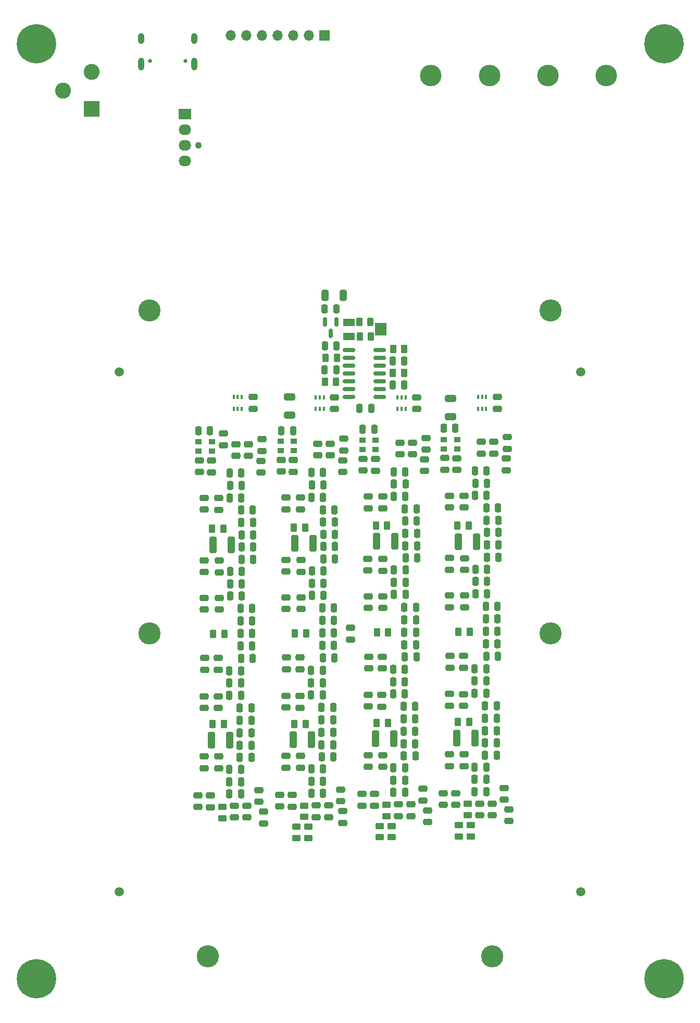
<source format=gbs>
G04 #@! TF.GenerationSoftware,KiCad,Pcbnew,8.0.1-8.0.1-1~ubuntu22.04.1*
G04 #@! TF.CreationDate,2024-04-20T17:14:23+02:00*
G04 #@! TF.ProjectId,0xaxe,30786178-652e-46b6-9963-61645f706362,302*
G04 #@! TF.SameCoordinates,Original*
G04 #@! TF.FileFunction,Soldermask,Bot*
G04 #@! TF.FilePolarity,Negative*
%FSLAX46Y46*%
G04 Gerber Fmt 4.6, Leading zero omitted, Abs format (unit mm)*
G04 Created by KiCad (PCBNEW 8.0.1-8.0.1-1~ubuntu22.04.1) date 2024-04-20 17:14:23*
%MOMM*%
%LPD*%
G01*
G04 APERTURE LIST*
G04 Aperture macros list*
%AMRoundRect*
0 Rectangle with rounded corners*
0 $1 Rounding radius*
0 $2 $3 $4 $5 $6 $7 $8 $9 X,Y pos of 4 corners*
0 Add a 4 corners polygon primitive as box body*
4,1,4,$2,$3,$4,$5,$6,$7,$8,$9,$2,$3,0*
0 Add four circle primitives for the rounded corners*
1,1,$1+$1,$2,$3*
1,1,$1+$1,$4,$5*
1,1,$1+$1,$6,$7*
1,1,$1+$1,$8,$9*
0 Add four rect primitives between the rounded corners*
20,1,$1+$1,$2,$3,$4,$5,0*
20,1,$1+$1,$4,$5,$6,$7,0*
20,1,$1+$1,$6,$7,$8,$9,0*
20,1,$1+$1,$8,$9,$2,$3,0*%
G04 Aperture macros list end*
%ADD10C,1.500000*%
%ADD11C,3.500000*%
%ADD12C,0.800000*%
%ADD13C,6.400000*%
%ADD14C,3.600000*%
%ADD15C,1.100000*%
%ADD16R,2.030000X1.730000*%
%ADD17O,2.030000X1.730000*%
%ADD18C,0.650000*%
%ADD19O,1.000000X2.100000*%
%ADD20O,1.000000X1.800000*%
%ADD21R,1.700000X1.700000*%
%ADD22O,1.700000X1.700000*%
%ADD23R,2.600000X2.600000*%
%ADD24C,2.600000*%
%ADD25RoundRect,0.250000X0.475000X-0.250000X0.475000X0.250000X-0.475000X0.250000X-0.475000X-0.250000X0*%
%ADD26RoundRect,0.250000X0.250000X0.475000X-0.250000X0.475000X-0.250000X-0.475000X0.250000X-0.475000X0*%
%ADD27RoundRect,0.250000X-0.475000X0.250000X-0.475000X-0.250000X0.475000X-0.250000X0.475000X0.250000X0*%
%ADD28RoundRect,0.250000X-0.250000X-0.475000X0.250000X-0.475000X0.250000X0.475000X-0.250000X0.475000X0*%
%ADD29RoundRect,0.250000X0.325000X1.100000X-0.325000X1.100000X-0.325000X-1.100000X0.325000X-1.100000X0*%
%ADD30RoundRect,0.250000X-0.262500X-0.450000X0.262500X-0.450000X0.262500X0.450000X-0.262500X0.450000X0*%
%ADD31RoundRect,0.150000X-0.150000X0.587500X-0.150000X-0.587500X0.150000X-0.587500X0.150000X0.587500X0*%
%ADD32RoundRect,0.250000X0.262500X0.450000X-0.262500X0.450000X-0.262500X-0.450000X0.262500X-0.450000X0*%
%ADD33R,1.000000X0.900000*%
%ADD34RoundRect,0.250000X0.650000X-0.325000X0.650000X0.325000X-0.650000X0.325000X-0.650000X-0.325000X0*%
%ADD35RoundRect,0.250000X-0.450000X0.262500X-0.450000X-0.262500X0.450000X-0.262500X0.450000X0.262500X0*%
%ADD36R,1.900000X1.300000*%
%ADD37R,1.900000X2.000000*%
%ADD38R,0.400000X0.650000*%
%ADD39RoundRect,0.250000X0.325000X0.650000X-0.325000X0.650000X-0.325000X-0.650000X0.325000X-0.650000X0*%
%ADD40RoundRect,0.150000X-0.825000X-0.150000X0.825000X-0.150000X0.825000X0.150000X-0.825000X0.150000X0*%
G04 APERTURE END LIST*
D10*
X56500000Y-164000000D03*
D11*
X135642500Y-31361000D03*
X126142500Y-31361000D03*
X116642500Y-31361000D03*
X107142500Y-31361000D03*
D12*
X40600000Y-178200000D03*
X41302944Y-176502944D03*
X41302944Y-179897056D03*
X43000000Y-175800000D03*
D13*
X43000000Y-178200000D03*
D12*
X43000000Y-180600000D03*
X44697056Y-176502944D03*
X44697056Y-179897056D03*
X45400000Y-178200000D03*
D14*
X61391800Y-121994400D03*
D15*
X69310000Y-42680000D03*
D16*
X67150000Y-37600000D03*
D17*
X67150000Y-40140000D03*
X67150000Y-42680000D03*
X67150000Y-45220000D03*
D12*
X142600000Y-178200000D03*
X143302944Y-176502944D03*
X143302944Y-179897056D03*
X145000000Y-175800000D03*
D13*
X145000000Y-178200000D03*
D12*
X145000000Y-180600000D03*
X146697056Y-176502944D03*
X146697056Y-179897056D03*
X147400000Y-178200000D03*
D14*
X126600000Y-69500000D03*
X117100000Y-174500000D03*
X70900000Y-174500000D03*
X61400000Y-69500000D03*
D12*
X40600000Y-26200000D03*
X41302944Y-24502944D03*
X41302944Y-27897056D03*
X43000000Y-23800000D03*
D13*
X43000000Y-26200000D03*
D12*
X43000000Y-28600000D03*
X44697056Y-24502944D03*
X44697056Y-27897056D03*
X45400000Y-26200000D03*
D10*
X56500000Y-79500000D03*
D12*
X142600000Y-26200000D03*
X143302944Y-24502944D03*
X143302944Y-27897056D03*
X145000000Y-23800000D03*
D13*
X145000000Y-26200000D03*
D12*
X145000000Y-28600000D03*
X146697056Y-24502944D03*
X146697056Y-27897056D03*
X147400000Y-26200000D03*
D14*
X126591800Y-121994400D03*
D10*
X131500000Y-164000000D03*
D18*
X67240000Y-29022000D03*
X61460000Y-29022000D03*
D19*
X68670000Y-29522000D03*
D20*
X68670000Y-25342000D03*
D19*
X60030000Y-29522000D03*
D20*
X60030000Y-25342000D03*
D21*
X89875000Y-24800000D03*
D22*
X87335000Y-24800000D03*
X84795000Y-24800000D03*
X82255000Y-24800000D03*
X79715000Y-24800000D03*
X77175000Y-24800000D03*
X74635000Y-24800000D03*
D23*
X52000000Y-36797000D03*
D24*
X52000000Y-30797000D03*
X47300000Y-33797000D03*
D10*
X131500000Y-79500000D03*
D25*
X99284200Y-143711500D03*
X99284200Y-141811500D03*
D26*
X89674000Y-111873900D03*
X87774000Y-111873900D03*
X78157000Y-126075900D03*
X76257000Y-126075900D03*
D27*
X75202000Y-150057900D03*
X75202000Y-151957900D03*
D28*
X76357000Y-106003900D03*
X78257000Y-106003900D03*
D26*
X78091000Y-117996900D03*
X76191000Y-117996900D03*
X116160000Y-143763300D03*
X114260000Y-143763300D03*
X78207000Y-104003900D03*
X76307000Y-104003900D03*
D29*
X87749000Y-139319900D03*
X84799000Y-139319900D03*
D27*
X104824000Y-83653900D03*
X104824000Y-85553900D03*
D26*
X77942000Y-136157900D03*
X76042000Y-136157900D03*
X76275000Y-130100000D03*
X74375000Y-130100000D03*
D25*
X72594400Y-127938500D03*
X72594400Y-126038500D03*
X85894400Y-127863500D03*
X85894400Y-125963500D03*
D26*
X77974000Y-142158900D03*
X76074000Y-142158900D03*
X89674000Y-115873900D03*
X87774000Y-115873900D03*
X104603000Y-139967500D03*
X102703000Y-139967500D03*
D27*
X96947400Y-141811500D03*
X96947400Y-143711500D03*
X110186400Y-141682500D03*
X110186400Y-143582500D03*
D26*
X77964000Y-138189900D03*
X76064000Y-138189900D03*
D25*
X95931400Y-150025900D03*
X95931400Y-148125900D03*
D26*
X89624000Y-95903900D03*
X87724000Y-95903900D03*
X91274000Y-142083900D03*
X89374000Y-142083900D03*
D27*
X72645200Y-100028900D03*
X72645200Y-101928900D03*
X72696000Y-116234100D03*
X72696000Y-118134100D03*
X85945200Y-99953900D03*
X85945200Y-101853900D03*
X70257600Y-110138100D03*
X70257600Y-112038100D03*
D26*
X116252000Y-97620900D03*
X114352000Y-97620900D03*
D30*
X90016500Y-77240900D03*
X91841500Y-77240900D03*
D27*
X79674000Y-90478900D03*
X79674000Y-92378900D03*
D26*
X102963000Y-95749900D03*
X101063000Y-95749900D03*
D28*
X100924500Y-81650000D03*
X102824500Y-81650000D03*
D31*
X89905000Y-71381000D03*
X91805000Y-71381000D03*
X90855000Y-73256000D03*
D27*
X99182600Y-132042700D03*
X99182600Y-133942700D03*
X69495600Y-93882100D03*
X69495600Y-95782100D03*
D26*
X118135000Y-107645900D03*
X116235000Y-107645900D03*
D32*
X100025500Y-104465900D03*
X98200500Y-104465900D03*
D27*
X105841000Y-147278900D03*
X105841000Y-149178900D03*
X82795600Y-93807100D03*
X82795600Y-95707100D03*
X75474000Y-91253900D03*
X75474000Y-93153900D03*
D29*
X74449000Y-139394900D03*
X71499000Y-139394900D03*
D27*
X115080000Y-149699900D03*
X115080000Y-151599900D03*
D26*
X117842000Y-133767900D03*
X115942000Y-133767900D03*
D27*
X77474000Y-91253900D03*
X77474000Y-93153900D03*
X101841000Y-149828900D03*
X101841000Y-151728900D03*
D25*
X85996000Y-112013900D03*
X85996000Y-110113900D03*
D28*
X109224000Y-88653900D03*
X111124000Y-88653900D03*
X89657000Y-105928900D03*
X91557000Y-105928900D03*
D29*
X114327000Y-139036900D03*
X111377000Y-139036900D03*
D26*
X91264000Y-140121500D03*
X89364000Y-140121500D03*
D28*
X82824000Y-89053900D03*
X84724000Y-89053900D03*
D26*
X91457000Y-126000900D03*
X89557000Y-126000900D03*
D27*
X119080000Y-147149900D03*
X119080000Y-149049900D03*
D26*
X91507000Y-103928900D03*
X89607000Y-103928900D03*
X76374000Y-115948900D03*
X74474000Y-115948900D03*
D33*
X69385800Y-90856700D03*
X71535800Y-90856700D03*
X71535800Y-92406700D03*
X69385800Y-92406700D03*
D26*
X76324000Y-99978900D03*
X74424000Y-99978900D03*
D28*
X102996000Y-105774900D03*
X104896000Y-105774900D03*
D26*
X91391000Y-121985900D03*
X89491000Y-121985900D03*
X76374000Y-113948900D03*
X74474000Y-113948900D03*
D27*
X112421600Y-131913700D03*
X112421600Y-133813700D03*
X115352000Y-90895900D03*
X115352000Y-92795900D03*
X92823000Y-150932900D03*
X92823000Y-152832900D03*
D26*
X104730000Y-121831900D03*
X102830000Y-121831900D03*
D25*
X110186400Y-101555700D03*
X110186400Y-99655700D03*
D34*
X110349000Y-86824000D03*
X110349000Y-83874000D03*
D32*
X86786500Y-136719900D03*
X84961500Y-136719900D03*
D26*
X102900000Y-129875000D03*
X101000000Y-129875000D03*
D25*
X83608400Y-101838700D03*
X83608400Y-99938700D03*
D27*
X119552000Y-90120900D03*
X119552000Y-92020900D03*
X97941000Y-148146300D03*
X97941000Y-150046300D03*
D26*
X116150000Y-131749900D03*
X114250000Y-131749900D03*
X116202000Y-99620900D03*
X114302000Y-99620900D03*
D25*
X71474000Y-95832900D03*
X71474000Y-93932900D03*
X84774000Y-95757900D03*
X84774000Y-93857900D03*
D32*
X86686500Y-104819900D03*
X84861500Y-104819900D03*
X113435700Y-121753700D03*
X111610700Y-121753700D03*
D27*
X104113000Y-91024900D03*
X104113000Y-92924900D03*
D33*
X82685800Y-90781700D03*
X84835800Y-90781700D03*
X84835800Y-92331700D03*
X82685800Y-92331700D03*
D25*
X110186400Y-133778100D03*
X110186400Y-131878100D03*
D26*
X76275000Y-128107900D03*
X74375000Y-128107900D03*
D25*
X69292400Y-150254900D03*
X69292400Y-148354900D03*
D28*
X89850000Y-69300000D03*
X91750000Y-69300000D03*
D26*
X76374000Y-97978900D03*
X74474000Y-97978900D03*
D25*
X85945200Y-143865500D03*
X85945200Y-141965500D03*
D26*
X116202000Y-95620900D03*
X114302000Y-95620900D03*
D35*
X73237000Y-150251400D03*
X73237000Y-152076400D03*
D27*
X119352000Y-93620900D03*
X119352000Y-95520900D03*
D26*
X103013000Y-111719900D03*
X101113000Y-111719900D03*
D35*
X100747000Y-153324400D03*
X100747000Y-155149400D03*
D25*
X109155200Y-149896900D03*
X109155200Y-147996900D03*
D32*
X113264500Y-104536900D03*
X111439500Y-104536900D03*
D26*
X91567000Y-109913900D03*
X89667000Y-109913900D03*
X103013000Y-115719900D03*
X101113000Y-115719900D03*
D27*
X85996000Y-116159100D03*
X85996000Y-118059100D03*
X112574000Y-115876100D03*
X112574000Y-117776100D03*
D26*
X118145000Y-109630900D03*
X116245000Y-109630900D03*
D32*
X100125500Y-136565900D03*
X98300500Y-136565900D03*
D26*
X89674000Y-113873900D03*
X87774000Y-113873900D03*
D25*
X112472400Y-127580500D03*
X112472400Y-125680500D03*
X111352000Y-95474900D03*
X111352000Y-93574900D03*
D32*
X73557700Y-122111700D03*
X71732700Y-122111700D03*
D27*
X117090000Y-149699900D03*
X117090000Y-151599900D03*
D25*
X96947400Y-133907100D03*
X96947400Y-132007100D03*
D27*
X109373600Y-93524100D03*
X109373600Y-95424100D03*
D26*
X116160000Y-147763300D03*
X114260000Y-147763300D03*
D27*
X92502000Y-147432900D03*
X92502000Y-149332900D03*
D26*
X104581000Y-135928900D03*
X102681000Y-135928900D03*
D25*
X82592400Y-150179900D03*
X82592400Y-148279900D03*
D26*
X102921000Y-147892300D03*
X101021000Y-147892300D03*
D35*
X113099000Y-149742900D03*
X113099000Y-151567900D03*
D27*
X96998200Y-125809500D03*
X96998200Y-127709500D03*
D26*
X117969000Y-123734900D03*
X116069000Y-123734900D03*
D25*
X96947400Y-101684700D03*
X96947400Y-99784700D03*
D26*
X104603000Y-137960900D03*
X102703000Y-137960900D03*
D36*
X93850000Y-73750000D03*
D37*
X98950000Y-72600000D03*
D36*
X93850000Y-71450000D03*
D26*
X78157000Y-102003900D03*
X76257000Y-102003900D03*
D27*
X88502000Y-149982900D03*
X88502000Y-151882900D03*
X73400000Y-89550000D03*
X73400000Y-91450000D03*
D26*
X77964000Y-140196500D03*
X76064000Y-140196500D03*
D27*
X96134600Y-93653100D03*
X96134600Y-95553100D03*
D26*
X118035000Y-101645900D03*
X116135000Y-101645900D03*
X91775500Y-79200000D03*
X89875500Y-79200000D03*
D25*
X110186400Y-117776100D03*
X110186400Y-115876100D03*
D27*
X79935000Y-151007900D03*
X79935000Y-152907900D03*
D26*
X102921000Y-145892300D03*
X101021000Y-145892300D03*
D32*
X100196700Y-121882700D03*
X98371700Y-121882700D03*
D26*
X117969000Y-121702900D03*
X116069000Y-121702900D03*
D35*
X99909600Y-149892300D03*
X99909600Y-151717300D03*
D26*
X76282000Y-148121300D03*
X74382000Y-148121300D03*
D33*
X96024800Y-90627700D03*
X98174800Y-90627700D03*
X98174800Y-92177700D03*
X96024800Y-92177700D03*
D26*
X116150000Y-127749900D03*
X114250000Y-127749900D03*
D38*
X103030000Y-85553900D03*
X102380000Y-85553900D03*
X101730000Y-85553900D03*
X101730000Y-83653900D03*
X102380000Y-83653900D03*
X103030000Y-83653900D03*
D26*
X78091000Y-122060900D03*
X76191000Y-122060900D03*
X116150000Y-129749900D03*
X114250000Y-129749900D03*
X91391000Y-117921900D03*
X89491000Y-117921900D03*
D32*
X113364500Y-136436900D03*
X111539500Y-136436900D03*
D26*
X76282000Y-144121300D03*
X74382000Y-144121300D03*
X91557000Y-107928900D03*
X89657000Y-107928900D03*
X78257000Y-108003900D03*
X76357000Y-108003900D03*
D27*
X106574000Y-150778900D03*
X106574000Y-152678900D03*
D28*
X96024000Y-88853900D03*
X97924000Y-88853900D03*
D25*
X99335000Y-111859900D03*
X99335000Y-109959900D03*
D29*
X87949000Y-107419900D03*
X84999000Y-107419900D03*
D26*
X89582000Y-146046300D03*
X87682000Y-146046300D03*
D32*
X102787000Y-79700000D03*
X100962000Y-79700000D03*
D26*
X117820000Y-135799900D03*
X115920000Y-135799900D03*
D27*
X110237200Y-125680500D03*
X110237200Y-127580500D03*
D26*
X102900000Y-131875000D03*
X101000000Y-131875000D03*
D38*
X116124000Y-85503900D03*
X115474000Y-85503900D03*
X114824000Y-85503900D03*
X114824000Y-83603900D03*
X115474000Y-83603900D03*
X116124000Y-83603900D03*
D27*
X79202000Y-147507900D03*
X79202000Y-149407900D03*
D26*
X104730000Y-119799900D03*
X102830000Y-119799900D03*
D25*
X112574000Y-111730900D03*
X112574000Y-109830900D03*
D28*
X95524000Y-85453900D03*
X97424000Y-85453900D03*
D25*
X98113000Y-95603900D03*
X98113000Y-93703900D03*
D27*
X85843600Y-132196700D03*
X85843600Y-134096700D03*
D26*
X89575000Y-132032900D03*
X87675000Y-132032900D03*
D28*
X100901000Y-77748900D03*
X102801000Y-77748900D03*
D27*
X90774000Y-91178900D03*
X90774000Y-93078900D03*
X94074000Y-121103900D03*
X94074000Y-123003900D03*
D26*
X116160000Y-145763300D03*
X114260000Y-145763300D03*
D25*
X72645200Y-143940500D03*
X72645200Y-142040500D03*
D26*
X76324000Y-95978900D03*
X74424000Y-95978900D03*
X117842000Y-139838500D03*
X115942000Y-139838500D03*
X77964000Y-134125900D03*
X76064000Y-134125900D03*
D32*
X86857700Y-122036700D03*
X85032700Y-122036700D03*
D26*
X91391000Y-119953900D03*
X89491000Y-119953900D03*
X78091000Y-120028900D03*
X76191000Y-120028900D03*
D27*
X110135600Y-109780100D03*
X110135600Y-111680100D03*
D29*
X114527000Y-107136900D03*
X111577000Y-107136900D03*
D35*
X98842000Y-153324400D03*
X98842000Y-155149400D03*
D26*
X89575000Y-130032900D03*
X87675000Y-130032900D03*
D35*
X113607000Y-153195400D03*
X113607000Y-155020400D03*
D27*
X83557600Y-110063100D03*
X83557600Y-111963100D03*
D25*
X83608400Y-134061100D03*
X83608400Y-132161100D03*
D27*
X72543600Y-132271700D03*
X72543600Y-134171700D03*
D32*
X73386500Y-104994900D03*
X71561500Y-104994900D03*
D27*
X79474000Y-93978900D03*
X79474000Y-95878900D03*
X70308400Y-142040500D03*
X70308400Y-143940500D03*
D26*
X104796000Y-125846900D03*
X102896000Y-125846900D03*
D34*
X84187000Y-86575000D03*
X84187000Y-83625000D03*
D27*
X84602000Y-148300300D03*
X84602000Y-150200300D03*
D26*
X104730000Y-123863900D03*
X102830000Y-123863900D03*
D27*
X92774000Y-93903900D03*
X92774000Y-95803900D03*
D25*
X70308400Y-101913700D03*
X70308400Y-100013700D03*
X112523200Y-143582500D03*
X112523200Y-141682500D03*
D26*
X103013000Y-97749900D03*
X101113000Y-97749900D03*
D25*
X83608400Y-118059100D03*
X83608400Y-116159100D03*
D27*
X92974000Y-90403900D03*
X92974000Y-92303900D03*
D26*
X78091000Y-124092900D03*
X76191000Y-124092900D03*
X91457000Y-101928900D03*
X89557000Y-101928900D03*
D27*
X117974000Y-83603900D03*
X117974000Y-85503900D03*
D25*
X70308400Y-134136100D03*
X70308400Y-132236100D03*
D26*
X104603000Y-133896900D03*
X102703000Y-133896900D03*
X78267000Y-109988900D03*
X76367000Y-109988900D03*
X117969000Y-119670900D03*
X116069000Y-119670900D03*
D27*
X91476800Y-83653900D03*
X91476800Y-85553900D03*
X71302000Y-148375300D03*
X71302000Y-150275300D03*
D39*
X92875000Y-67100000D03*
X89925000Y-67100000D03*
D26*
X102921000Y-143892300D03*
X101021000Y-143892300D03*
D40*
X93849000Y-83613900D03*
X93849000Y-82343900D03*
X93849000Y-81073900D03*
X93849000Y-79803900D03*
X93849000Y-78533900D03*
X93849000Y-77263900D03*
X93849000Y-75993900D03*
X98799000Y-75993900D03*
X98799000Y-77263900D03*
X98799000Y-78533900D03*
X98799000Y-79803900D03*
X98799000Y-81073900D03*
X98799000Y-82343900D03*
X98799000Y-83613900D03*
D26*
X89582000Y-144046300D03*
X87682000Y-144046300D03*
D28*
X116235000Y-105645900D03*
X118135000Y-105645900D03*
D27*
X90512000Y-149982900D03*
X90512000Y-151882900D03*
X106113000Y-93749900D03*
X106113000Y-95649900D03*
D26*
X91391000Y-124017900D03*
X89491000Y-124017900D03*
D27*
X88774000Y-91178900D03*
X88774000Y-93078900D03*
D26*
X117842000Y-137831900D03*
X115942000Y-137831900D03*
D28*
X69324000Y-89053900D03*
X71224000Y-89053900D03*
D26*
X116252000Y-111590900D03*
X114352000Y-111590900D03*
D38*
X76368000Y-85503900D03*
X75718000Y-85503900D03*
X75068000Y-85503900D03*
X75068000Y-83603900D03*
X75718000Y-83603900D03*
X76368000Y-83603900D03*
D26*
X104906000Y-109759900D03*
X103006000Y-109759900D03*
X91264000Y-134050900D03*
X89364000Y-134050900D03*
X104846000Y-103774900D03*
X102946000Y-103774900D03*
X117852000Y-141800900D03*
X115952000Y-141800900D03*
D35*
X111702000Y-153195400D03*
X111702000Y-155020400D03*
D26*
X102900000Y-127875000D03*
X101000000Y-127875000D03*
D35*
X85269000Y-153478400D03*
X85269000Y-155303400D03*
D27*
X99335000Y-116005100D03*
X99335000Y-117905100D03*
D35*
X86539000Y-150049400D03*
X86539000Y-151874400D03*
D26*
X89624000Y-99903900D03*
X87724000Y-99903900D03*
D27*
X78218000Y-83603900D03*
X78218000Y-85503900D03*
D26*
X104896000Y-107774900D03*
X102996000Y-107774900D03*
X89575000Y-128025000D03*
X87675000Y-128025000D03*
X76282000Y-146121300D03*
X74382000Y-146121300D03*
D27*
X112523200Y-99670900D03*
X112523200Y-101570900D03*
D26*
X118085000Y-103645900D03*
X116185000Y-103645900D03*
X89582000Y-148046300D03*
X87682000Y-148046300D03*
D27*
X111136400Y-148017300D03*
X111136400Y-149917300D03*
D26*
X91242000Y-136082900D03*
X89342000Y-136082900D03*
D27*
X106313000Y-90249900D03*
X106313000Y-92149900D03*
D29*
X101088000Y-139165900D03*
X98138000Y-139165900D03*
D35*
X87174000Y-153478400D03*
X87174000Y-155303400D03*
D32*
X73486500Y-136794900D03*
X71661500Y-136794900D03*
D26*
X118035000Y-125717900D03*
X116135000Y-125717900D03*
X116252000Y-113590900D03*
X114352000Y-113590900D03*
D29*
X101288000Y-107065900D03*
X98338000Y-107065900D03*
D25*
X70308400Y-118134100D03*
X70308400Y-116234100D03*
D26*
X102963000Y-99749900D03*
X101063000Y-99749900D03*
D27*
X83608400Y-141965500D03*
X83608400Y-143865500D03*
D26*
X104730000Y-117767900D03*
X102830000Y-117767900D03*
X103013000Y-113719900D03*
X101113000Y-113719900D03*
X76275000Y-132100000D03*
X74375000Y-132100000D03*
X104613000Y-141929900D03*
X102713000Y-141929900D03*
D25*
X72696000Y-112088900D03*
X72696000Y-110188900D03*
D26*
X116252000Y-115590900D03*
X114352000Y-115590900D03*
D27*
X119813000Y-150649900D03*
X119813000Y-152549900D03*
X103851000Y-149828900D03*
X103851000Y-151728900D03*
X70359200Y-126038500D03*
X70359200Y-127938500D03*
D26*
X76374000Y-111948900D03*
X74474000Y-111948900D03*
D38*
X89724000Y-85553900D03*
X89074000Y-85553900D03*
X88424000Y-85553900D03*
X88424000Y-83653900D03*
X89074000Y-83653900D03*
X89724000Y-83653900D03*
D25*
X96947400Y-117905100D03*
X96947400Y-116005100D03*
D32*
X102812500Y-75800000D03*
X100987500Y-75800000D03*
D26*
X104796000Y-101774900D03*
X102896000Y-101774900D03*
D27*
X102113000Y-91024900D03*
X102113000Y-92924900D03*
D26*
X89674000Y-97903900D03*
X87774000Y-97903900D03*
D33*
X109263800Y-90498700D03*
X111413800Y-90498700D03*
X111413800Y-92048700D03*
X109263800Y-92048700D03*
D30*
X89913000Y-81150000D03*
X91738000Y-81150000D03*
D27*
X99284200Y-99799900D03*
X99284200Y-101699900D03*
D25*
X99233400Y-127709500D03*
X99233400Y-125809500D03*
D27*
X77212000Y-150057900D03*
X77212000Y-151957900D03*
D26*
X117969000Y-117638900D03*
X116069000Y-117638900D03*
D27*
X117352000Y-90895900D03*
X117352000Y-92795900D03*
D29*
X74649000Y-107594900D03*
X71699000Y-107594900D03*
D26*
X91264000Y-138114900D03*
X89364000Y-138114900D03*
D27*
X96896600Y-109909100D03*
X96896600Y-111809100D03*
D26*
X91800000Y-75300000D03*
X89900000Y-75300000D03*
D30*
X95587500Y-73800000D03*
X97412500Y-73800000D03*
D32*
X97312500Y-71400000D03*
X95487500Y-71400000D03*
D27*
X83659200Y-125963500D03*
X83659200Y-127863500D03*
M02*

</source>
